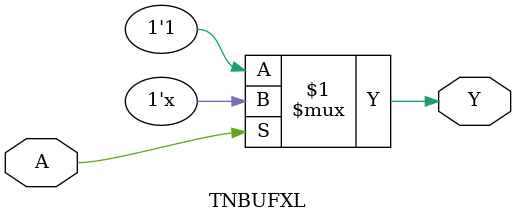
<source format=v>
`timescale 1ns/10ps
`celldefine
module TNBUFXL (Y, A);
	output Y;
	input A;

	// Function
	bufif0 (Y, 1'b1, A);

	// Timing
	specify
		(A => Y) = 0;
		(negedge A => (Y:1)) = 0;
	endspecify
endmodule
`endcelldefine


</source>
